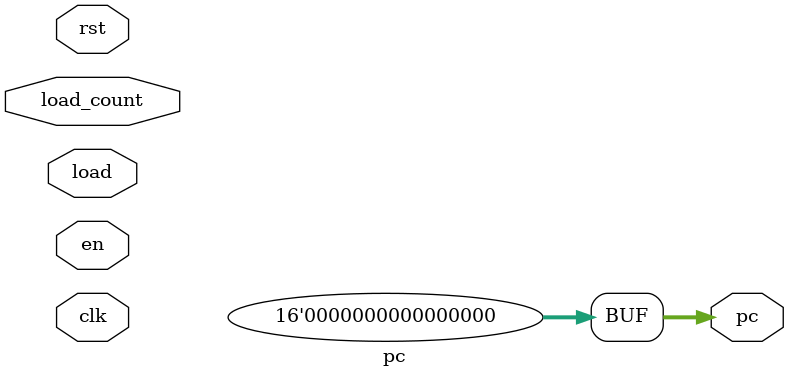
<source format=v>
module pc(input clk, input en, input rst, input load_count, input [15:0] load, output reg [15:0] pc);
    always @(posedge clk && en) begin
        if (load_count) begin
            pc <= load;
        end else begin
            pc <= pc + 1;
        end
    end
    
    always @(rst) begin
        pc <= 0;
    end

endmodule
</source>
